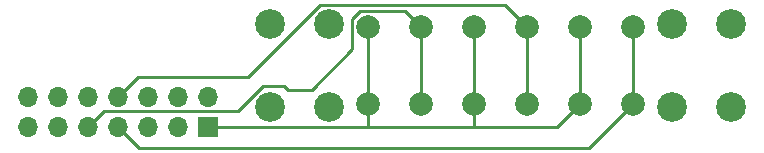
<source format=gtl>
G04 #@! TF.GenerationSoftware,KiCad,Pcbnew,(5.1.0-0)*
G04 #@! TF.CreationDate,2019-03-17T12:10:36+00:00*
G04 #@! TF.ProjectId,A1200,41313230-302e-46b6-9963-61645f706362,rev?*
G04 #@! TF.SameCoordinates,Original*
G04 #@! TF.FileFunction,Copper,L1,Top*
G04 #@! TF.FilePolarity,Positive*
%FSLAX46Y46*%
G04 Gerber Fmt 4.6, Leading zero omitted, Abs format (unit mm)*
G04 Created by KiCad (PCBNEW (5.1.0-0)) date 2019-03-17 12:10:36*
%MOMM*%
%LPD*%
G04 APERTURE LIST*
%ADD10C,2.524000*%
%ADD11C,2.000000*%
%ADD12O,1.700000X1.700000*%
%ADD13R,1.700000X1.700000*%
%ADD14C,0.250000*%
G04 APERTURE END LIST*
D10*
X96000000Y-57500000D03*
X91000000Y-57500000D03*
X91000000Y-64500000D03*
X96000000Y-64500000D03*
X62000000Y-57500000D03*
X57000000Y-57500000D03*
X57000000Y-64500000D03*
X62000000Y-64500000D03*
D11*
X65250000Y-57750000D03*
X69750000Y-57750000D03*
X65250000Y-64250000D03*
X69750000Y-64250000D03*
X74250000Y-57750000D03*
X78750000Y-57750000D03*
X74250000Y-64250000D03*
X78750000Y-64250000D03*
X83250000Y-57750000D03*
X87750000Y-57750000D03*
X83250000Y-64250000D03*
X87750000Y-64250000D03*
D12*
X36510000Y-63710000D03*
X36510000Y-66250000D03*
X39050000Y-63710000D03*
X39050000Y-66250000D03*
X41590000Y-63710000D03*
X41590000Y-66250000D03*
X44130000Y-63710000D03*
X44130000Y-66250000D03*
X46670000Y-63710000D03*
X46670000Y-66250000D03*
X49210000Y-63710000D03*
X49210000Y-66250000D03*
X51750000Y-63710000D03*
D13*
X51750000Y-66250000D03*
D14*
X65250000Y-66250000D02*
X65250000Y-64250000D01*
X65250000Y-66250000D02*
X74250000Y-66250000D01*
X74250000Y-66250000D02*
X74250000Y-64250000D01*
X81250000Y-66250000D02*
X83250000Y-64250000D01*
X74250000Y-66250000D02*
X81250000Y-66250000D01*
X83250000Y-64250000D02*
X83250000Y-57750000D01*
X74250000Y-64250000D02*
X74250000Y-57750000D01*
X65250000Y-64250000D02*
X65250000Y-57750000D01*
X51750000Y-66250000D02*
X65250000Y-66250000D01*
X87750000Y-64250000D02*
X87750000Y-57750000D01*
X84000000Y-68000000D02*
X86750001Y-65249999D01*
X45880000Y-68000000D02*
X84000000Y-68000000D01*
X86750001Y-65249999D02*
X87750000Y-64250000D01*
X44130000Y-66250000D02*
X45880000Y-68000000D01*
X78750000Y-64250000D02*
X78750000Y-57750000D01*
X77750001Y-56750001D02*
X78750000Y-57750000D01*
X76912999Y-55912999D02*
X77750001Y-56750001D01*
X55151238Y-62000000D02*
X61238239Y-55912999D01*
X44130000Y-63710000D02*
X45840000Y-62000000D01*
X61238239Y-55912999D02*
X76912999Y-55912999D01*
X45840000Y-62000000D02*
X55151238Y-62000000D01*
X69750000Y-59164213D02*
X69750000Y-64250000D01*
X69750000Y-57750000D02*
X69750000Y-59164213D01*
X68424999Y-56424999D02*
X68750001Y-56750001D01*
X64613999Y-56424999D02*
X68424999Y-56424999D01*
X63924999Y-57113999D02*
X64613999Y-56424999D01*
X58178998Y-62750000D02*
X58503999Y-63075001D01*
X63924999Y-59646003D02*
X63924999Y-57113999D01*
X60496001Y-63075001D02*
X63924999Y-59646003D01*
X58503999Y-63075001D02*
X60496001Y-63075001D01*
X41590000Y-66250000D02*
X42954999Y-64885001D01*
X56401238Y-62750000D02*
X58178998Y-62750000D01*
X68750001Y-56750001D02*
X69750000Y-57750000D01*
X54266237Y-64885001D02*
X56401238Y-62750000D01*
X42954999Y-64885001D02*
X54266237Y-64885001D01*
M02*

</source>
